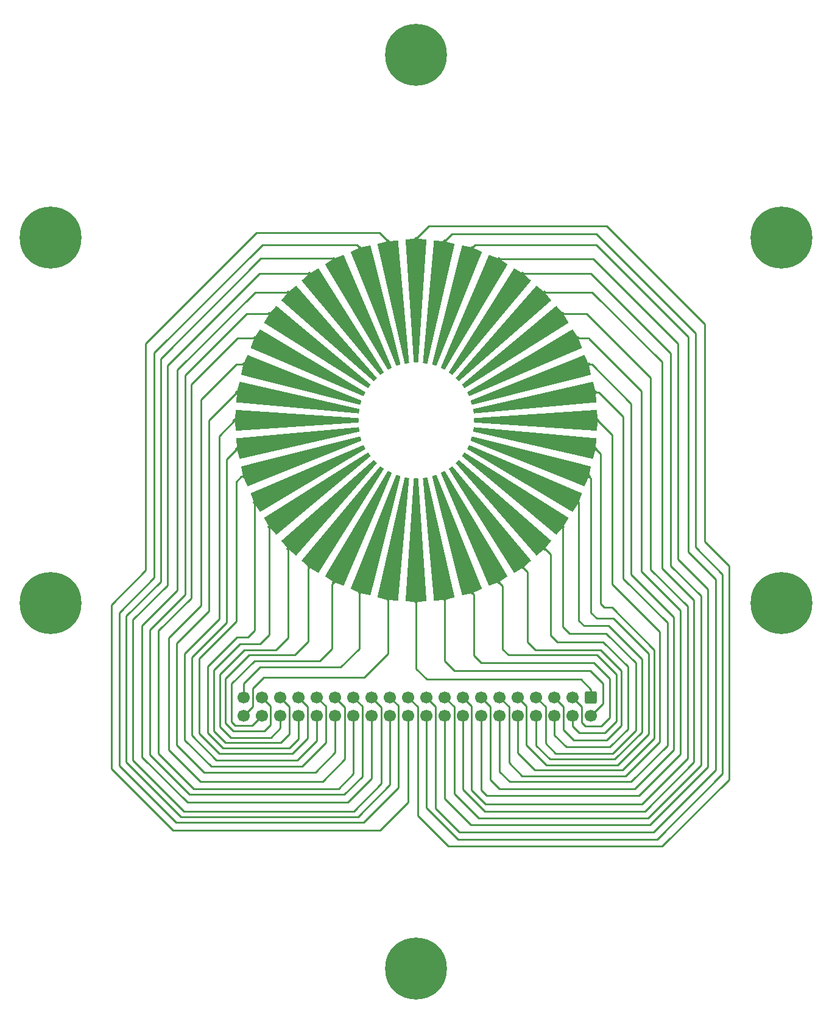
<source format=gbr>
%TF.GenerationSoftware,KiCad,Pcbnew,(5.99.0-8910-g624a231cc0)*%
%TF.CreationDate,2021-02-07T08:47:15+03:00*%
%TF.ProjectId,simpleprobecard,73696d70-6c65-4707-926f-626563617264,rev?*%
%TF.SameCoordinates,Original*%
%TF.FileFunction,Copper,L1,Top*%
%TF.FilePolarity,Positive*%
%FSLAX46Y46*%
G04 Gerber Fmt 4.6, Leading zero omitted, Abs format (unit mm)*
G04 Created by KiCad (PCBNEW (5.99.0-8910-g624a231cc0)) date 2021-02-07 08:47:15*
%MOMM*%
%LPD*%
G01*
G04 APERTURE LIST*
G04 Aperture macros list*
%AMRoundRect*
0 Rectangle with rounded corners*
0 $1 Rounding radius*
0 $2 $3 $4 $5 $6 $7 $8 $9 X,Y pos of 4 corners*
0 Add a 4 corners polygon primitive as box body*
4,1,4,$2,$3,$4,$5,$6,$7,$8,$9,$2,$3,0*
0 Add four circle primitives for the rounded corners*
1,1,$1+$1,$2,$3*
1,1,$1+$1,$4,$5*
1,1,$1+$1,$6,$7*
1,1,$1+$1,$8,$9*
0 Add four rect primitives between the rounded corners*
20,1,$1+$1,$2,$3,$4,$5,0*
20,1,$1+$1,$4,$5,$6,$7,0*
20,1,$1+$1,$6,$7,$8,$9,0*
20,1,$1+$1,$8,$9,$2,$3,0*%
%AMFreePoly0*
4,1,32,0.276244,0.043271,0.292903,0.037648,0.293699,0.036041,0.295355,0.035355,0.302084,0.019110,0.309887,0.003355,1.449887,-16.946645,1.444060,-16.963908,1.438920,-16.981387,1.437988,-16.981895,1.437648,-16.982903,1.421315,-16.990992,1.405327,-16.999715,0.005327,-17.149715,0.000001,-17.148149,-0.005326,-17.149715,-1.405327,-16.999715,-1.421315,-16.990992,-1.437648,-16.982903,-1.437988,-16.981895,
-1.438920,-16.981387,-1.444056,-16.963919,-1.449887,-16.946645,-0.309887,0.003355,-0.302084,0.019110,-0.295355,0.035355,-0.293699,0.036041,-0.292903,0.037648,-0.276244,0.043271,-0.260000,0.050000,0.260000,0.050000,0.276244,0.043271,0.276244,0.043271,$1*%
G04 Aperture macros list end*
%TA.AperFunction,SMDPad,CuDef*%
%ADD10C,0.500000*%
%TD*%
%TA.AperFunction,SMDPad,CuDef*%
%ADD11FreePoly0,0.000000*%
%TD*%
%TA.AperFunction,SMDPad,CuDef*%
%ADD12FreePoly0,9.000000*%
%TD*%
%TA.AperFunction,SMDPad,CuDef*%
%ADD13FreePoly0,18.000000*%
%TD*%
%TA.AperFunction,SMDPad,CuDef*%
%ADD14FreePoly0,27.000000*%
%TD*%
%TA.AperFunction,SMDPad,CuDef*%
%ADD15FreePoly0,36.000000*%
%TD*%
%TA.AperFunction,SMDPad,CuDef*%
%ADD16FreePoly0,45.000000*%
%TD*%
%TA.AperFunction,SMDPad,CuDef*%
%ADD17FreePoly0,54.000000*%
%TD*%
%TA.AperFunction,SMDPad,CuDef*%
%ADD18FreePoly0,63.000000*%
%TD*%
%TA.AperFunction,SMDPad,CuDef*%
%ADD19FreePoly0,72.000000*%
%TD*%
%TA.AperFunction,SMDPad,CuDef*%
%ADD20FreePoly0,81.000000*%
%TD*%
%TA.AperFunction,SMDPad,CuDef*%
%ADD21FreePoly0,90.000000*%
%TD*%
%TA.AperFunction,SMDPad,CuDef*%
%ADD22FreePoly0,99.000000*%
%TD*%
%TA.AperFunction,SMDPad,CuDef*%
%ADD23FreePoly0,108.000000*%
%TD*%
%TA.AperFunction,SMDPad,CuDef*%
%ADD24FreePoly0,117.000000*%
%TD*%
%TA.AperFunction,SMDPad,CuDef*%
%ADD25FreePoly0,126.000000*%
%TD*%
%TA.AperFunction,SMDPad,CuDef*%
%ADD26FreePoly0,135.000000*%
%TD*%
%TA.AperFunction,SMDPad,CuDef*%
%ADD27FreePoly0,144.000000*%
%TD*%
%TA.AperFunction,SMDPad,CuDef*%
%ADD28FreePoly0,153.000000*%
%TD*%
%TA.AperFunction,SMDPad,CuDef*%
%ADD29FreePoly0,162.000000*%
%TD*%
%TA.AperFunction,SMDPad,CuDef*%
%ADD30FreePoly0,171.000000*%
%TD*%
%TA.AperFunction,SMDPad,CuDef*%
%ADD31FreePoly0,180.000000*%
%TD*%
%TA.AperFunction,SMDPad,CuDef*%
%ADD32FreePoly0,189.000000*%
%TD*%
%TA.AperFunction,SMDPad,CuDef*%
%ADD33FreePoly0,198.000000*%
%TD*%
%TA.AperFunction,SMDPad,CuDef*%
%ADD34FreePoly0,207.000000*%
%TD*%
%TA.AperFunction,SMDPad,CuDef*%
%ADD35FreePoly0,216.000000*%
%TD*%
%TA.AperFunction,SMDPad,CuDef*%
%ADD36FreePoly0,225.000000*%
%TD*%
%TA.AperFunction,SMDPad,CuDef*%
%ADD37FreePoly0,234.000000*%
%TD*%
%TA.AperFunction,SMDPad,CuDef*%
%ADD38FreePoly0,243.000000*%
%TD*%
%TA.AperFunction,SMDPad,CuDef*%
%ADD39FreePoly0,252.000000*%
%TD*%
%TA.AperFunction,SMDPad,CuDef*%
%ADD40FreePoly0,261.000000*%
%TD*%
%TA.AperFunction,SMDPad,CuDef*%
%ADD41FreePoly0,270.000000*%
%TD*%
%TA.AperFunction,SMDPad,CuDef*%
%ADD42FreePoly0,279.000000*%
%TD*%
%TA.AperFunction,SMDPad,CuDef*%
%ADD43FreePoly0,288.000000*%
%TD*%
%TA.AperFunction,SMDPad,CuDef*%
%ADD44FreePoly0,297.000000*%
%TD*%
%TA.AperFunction,SMDPad,CuDef*%
%ADD45FreePoly0,306.000000*%
%TD*%
%TA.AperFunction,SMDPad,CuDef*%
%ADD46FreePoly0,315.000000*%
%TD*%
%TA.AperFunction,SMDPad,CuDef*%
%ADD47FreePoly0,324.000000*%
%TD*%
%TA.AperFunction,SMDPad,CuDef*%
%ADD48FreePoly0,333.000000*%
%TD*%
%TA.AperFunction,SMDPad,CuDef*%
%ADD49FreePoly0,342.000000*%
%TD*%
%TA.AperFunction,SMDPad,CuDef*%
%ADD50FreePoly0,351.000000*%
%TD*%
%TA.AperFunction,ComponentPad*%
%ADD51C,0.900000*%
%TD*%
%TA.AperFunction,ComponentPad*%
%ADD52C,8.600000*%
%TD*%
%TA.AperFunction,ComponentPad*%
%ADD53RoundRect,0.250000X-0.600000X0.600000X-0.600000X-0.600000X0.600000X-0.600000X0.600000X0.600000X0*%
%TD*%
%TA.AperFunction,ComponentPad*%
%ADD54C,1.700000*%
%TD*%
%TA.AperFunction,Conductor*%
%ADD55C,0.250000*%
%TD*%
G04 APERTURE END LIST*
D10*
%TO.P,J1,1,Pin_1*%
%TO.N,Net-(J1-Pad1)*%
X0Y-25220000D03*
D11*
X0Y-8100000D03*
D10*
%TO.P,J1,2,Pin_2*%
%TO.N,Net-(J1-Pad2)*%
X3945277Y-24909500D03*
D12*
X1267119Y-8000276D03*
D10*
%TO.P,J1,3,Pin_3*%
%TO.N,Net-(J1-Pad3)*%
X7793409Y-23985645D03*
D13*
X2503038Y-7703558D03*
D10*
%TO.P,J1,4,Pin_4*%
%TO.N,Net-(J1-Pad4)*%
X11449640Y-22471185D03*
D14*
X3677323Y-7217153D03*
D15*
%TO.P,J1,5,Pin_5*%
%TO.N,Net-(J1-Pad5)*%
X4761061Y-6553038D03*
D10*
X14823944Y-20403409D03*
%TO.P,J1,6,Pin_6*%
%TO.N,Net-(J1-Pad6)*%
X17833233Y-17833233D03*
D16*
X5727565Y-5727565D03*
D17*
%TO.P,J1,7,Pin_7*%
%TO.N,Net-(J1-Pad7)*%
X6553038Y-4761061D03*
D10*
X20403409Y-14823944D03*
%TO.P,J1,8,Pin_8*%
%TO.N,Net-(J1-Pad8)*%
X22471185Y-11449640D03*
D18*
X7217153Y-3677323D03*
D10*
%TO.P,J1,9,Pin_9*%
%TO.N,Net-(J1-Pad9)*%
X23985645Y-7793409D03*
D19*
X7703558Y-2503038D03*
D20*
%TO.P,J1,10,Pin_10*%
%TO.N,Net-(J1-Pad10)*%
X8000276Y-1267119D03*
D10*
X24909500Y-3945277D03*
%TO.P,J1,11,Pin_11*%
%TO.N,Net-(J1-Pad11)*%
X25220000Y0D03*
D21*
X8100000Y0D03*
D10*
%TO.P,J1,12,Pin_12*%
%TO.N,Net-(J1-Pad12)*%
X24909500Y3945277D03*
D22*
X8000276Y1267119D03*
D10*
%TO.P,J1,13,Pin_13*%
%TO.N,Net-(J1-Pad13)*%
X23985645Y7793409D03*
D23*
X7703558Y2503038D03*
D24*
%TO.P,J1,14,Pin_14*%
%TO.N,Net-(J1-Pad14)*%
X7217153Y3677323D03*
D10*
X22471185Y11449640D03*
%TO.P,J1,15,Pin_15*%
%TO.N,Net-(J1-Pad15)*%
X20403409Y14823944D03*
D25*
X6553038Y4761061D03*
D10*
%TO.P,J1,16,Pin_16*%
%TO.N,Net-(J1-Pad16)*%
X17833233Y17833233D03*
D26*
X5727565Y5727565D03*
D10*
%TO.P,J1,17,Pin_17*%
%TO.N,Net-(J1-Pad17)*%
X14823944Y20403409D03*
D27*
X4761061Y6553038D03*
D28*
%TO.P,J1,18,Pin_18*%
%TO.N,Net-(J1-Pad18)*%
X3677323Y7217153D03*
D10*
X11449640Y22471185D03*
%TO.P,J1,19,Pin_19*%
%TO.N,Net-(J1-Pad19)*%
X7793409Y23985645D03*
D29*
X2503038Y7703558D03*
D10*
%TO.P,J1,20,Pin_20*%
%TO.N,Net-(J1-Pad20)*%
X3945277Y24909500D03*
D30*
X1267119Y8000276D03*
D31*
%TO.P,J1,21,Pin_21*%
%TO.N,Net-(J1-Pad21)*%
X0Y8100000D03*
D10*
X0Y25220000D03*
%TO.P,J1,22,Pin_22*%
%TO.N,Net-(J1-Pad22)*%
X-3945277Y24909500D03*
D32*
X-1267119Y8000276D03*
D33*
%TO.P,J1,23,Pin_23*%
%TO.N,Net-(J1-Pad23)*%
X-2503038Y7703558D03*
D10*
X-7793409Y23985645D03*
D34*
%TO.P,J1,24,Pin_24*%
%TO.N,Net-(J1-Pad24)*%
X-3677323Y7217153D03*
D10*
X-11449640Y22471185D03*
%TO.P,J1,25,Pin_25*%
%TO.N,Net-(J1-Pad25)*%
X-14823944Y20403409D03*
D35*
X-4761061Y6553038D03*
D10*
%TO.P,J1,26,Pin_26*%
%TO.N,Net-(J1-Pad26)*%
X-17833233Y17833233D03*
D36*
X-5727565Y5727565D03*
D10*
%TO.P,J1,27,Pin_27*%
%TO.N,Net-(J1-Pad27)*%
X-20403409Y14823944D03*
D37*
X-6553038Y4761061D03*
D38*
%TO.P,J1,28,Pin_28*%
%TO.N,Net-(J1-Pad28)*%
X-7217153Y3677323D03*
D10*
X-22471185Y11449640D03*
D39*
%TO.P,J1,29,Pin_29*%
%TO.N,Net-(J1-Pad29)*%
X-7703558Y2503038D03*
D10*
X-23985645Y7793409D03*
D40*
%TO.P,J1,30,Pin_30*%
%TO.N,Net-(J1-Pad30)*%
X-8000276Y1267119D03*
D10*
X-24909500Y3945277D03*
%TO.P,J1,31,Pin_31*%
%TO.N,Net-(J1-Pad31)*%
X-25220000Y0D03*
D41*
X-8100000Y0D03*
D42*
%TO.P,J1,32,Pin_32*%
%TO.N,Net-(J1-Pad32)*%
X-8000276Y-1267119D03*
D10*
X-24909500Y-3945277D03*
D43*
%TO.P,J1,33,Pin_33*%
%TO.N,Net-(J1-Pad33)*%
X-7703558Y-2503038D03*
D10*
X-23985645Y-7793409D03*
D44*
%TO.P,J1,34,Pin_34*%
%TO.N,Net-(J1-Pad34)*%
X-7217153Y-3677323D03*
D10*
X-22471185Y-11449640D03*
%TO.P,J1,35,Pin_35*%
%TO.N,Net-(J1-Pad35)*%
X-20403409Y-14823944D03*
D45*
X-6553038Y-4761061D03*
D10*
%TO.P,J1,36,Pin_36*%
%TO.N,Net-(J1-Pad36)*%
X-17833233Y-17833233D03*
D46*
X-5727565Y-5727565D03*
D47*
%TO.P,J1,37,Pin_37*%
%TO.N,Net-(J1-Pad37)*%
X-4761061Y-6553038D03*
D10*
X-14823944Y-20403409D03*
%TO.P,J1,38,Pin_38*%
%TO.N,Net-(J1-Pad38)*%
X-11449640Y-22471185D03*
D48*
X-3677323Y-7217153D03*
D49*
%TO.P,J1,39,Pin_39*%
%TO.N,Net-(J1-Pad39)*%
X-2503038Y-7703558D03*
D10*
X-7793409Y-23985645D03*
D50*
%TO.P,J1,40,Pin_40*%
%TO.N,Net-(J1-Pad40)*%
X-1267119Y-8000276D03*
D10*
X-3945277Y-24909500D03*
%TD*%
D51*
%TO.P,H7,1*%
%TO.N,N/C*%
X3225000Y50800000D03*
X0Y54025000D03*
D52*
X0Y50800000D03*
D51*
X0Y47575000D03*
X-3225000Y50800000D03*
X-2280419Y48519581D03*
X2280419Y53080419D03*
X-2280419Y53080419D03*
X2280419Y48519581D03*
%TD*%
D52*
%TO.P,H3,1*%
%TO.N,N/C*%
X-50800000Y-25400000D03*
D51*
X-47575000Y-25400000D03*
X-50800000Y-22175000D03*
X-48519581Y-27680419D03*
X-54025000Y-25400000D03*
X-48519581Y-23119581D03*
X-50800000Y-28625000D03*
X-53080419Y-27680419D03*
X-53080419Y-23119581D03*
%TD*%
%TO.P,H4,1*%
%TO.N,N/C*%
X48519581Y27680419D03*
X53080419Y27680419D03*
X48519581Y23119581D03*
D52*
X50800000Y25400000D03*
D51*
X53080419Y23119581D03*
X50800000Y22175000D03*
X47575000Y25400000D03*
X50800000Y28625000D03*
X54025000Y25400000D03*
%TD*%
%TO.P,H1,1*%
%TO.N,N/C*%
X-53080419Y27680419D03*
X-48519581Y27680419D03*
X-53080419Y23119581D03*
D52*
X-50800000Y25400000D03*
D51*
X-48519581Y23119581D03*
X-50800000Y22175000D03*
X-54025000Y25400000D03*
X-50800000Y28625000D03*
X-47575000Y25400000D03*
%TD*%
D53*
%TO.P,J2,1,Pin_1*%
%TO.N,Net-(J1-Pad1)*%
X24300000Y-38500000D03*
D54*
%TO.P,J2,2,Pin_2*%
%TO.N,Net-(J1-Pad2)*%
X24300000Y-41040000D03*
%TO.P,J2,3,Pin_3*%
%TO.N,Net-(J1-Pad3)*%
X21760000Y-38500000D03*
%TO.P,J2,4,Pin_4*%
%TO.N,Net-(J1-Pad4)*%
X21760000Y-41040000D03*
%TO.P,J2,5,Pin_5*%
%TO.N,Net-(J1-Pad5)*%
X19220000Y-38500000D03*
%TO.P,J2,6,Pin_6*%
%TO.N,Net-(J1-Pad6)*%
X19220000Y-41040000D03*
%TO.P,J2,7,Pin_7*%
%TO.N,Net-(J1-Pad7)*%
X16680000Y-38500000D03*
%TO.P,J2,8,Pin_8*%
%TO.N,Net-(J1-Pad8)*%
X16680000Y-41040000D03*
%TO.P,J2,9,Pin_9*%
%TO.N,Net-(J1-Pad9)*%
X14140000Y-38500000D03*
%TO.P,J2,10,Pin_10*%
%TO.N,Net-(J1-Pad10)*%
X14140000Y-41040000D03*
%TO.P,J2,11,Pin_11*%
%TO.N,Net-(J1-Pad11)*%
X11600000Y-38500000D03*
%TO.P,J2,12,Pin_12*%
%TO.N,Net-(J1-Pad12)*%
X11600000Y-41040000D03*
%TO.P,J2,13,Pin_13*%
%TO.N,Net-(J1-Pad13)*%
X9060000Y-38500000D03*
%TO.P,J2,14,Pin_14*%
%TO.N,Net-(J1-Pad14)*%
X9060000Y-41040000D03*
%TO.P,J2,15,Pin_15*%
%TO.N,Net-(J1-Pad15)*%
X6520000Y-38500000D03*
%TO.P,J2,16,Pin_16*%
%TO.N,Net-(J1-Pad16)*%
X6520000Y-41040000D03*
%TO.P,J2,17,Pin_17*%
%TO.N,Net-(J1-Pad17)*%
X3980000Y-38500000D03*
%TO.P,J2,18,Pin_18*%
%TO.N,Net-(J1-Pad18)*%
X3980000Y-41040000D03*
%TO.P,J2,19,Pin_19*%
%TO.N,Net-(J1-Pad19)*%
X1440000Y-38500000D03*
%TO.P,J2,20,Pin_20*%
%TO.N,Net-(J1-Pad20)*%
X1440000Y-41040000D03*
%TO.P,J2,21,Pin_21*%
%TO.N,Net-(J1-Pad21)*%
X-1100000Y-38500000D03*
%TO.P,J2,22,Pin_22*%
%TO.N,Net-(J1-Pad22)*%
X-1100000Y-41040000D03*
%TO.P,J2,23,Pin_23*%
%TO.N,Net-(J1-Pad23)*%
X-3640000Y-38500000D03*
%TO.P,J2,24,Pin_24*%
%TO.N,Net-(J1-Pad24)*%
X-3640000Y-41040000D03*
%TO.P,J2,25,Pin_25*%
%TO.N,Net-(J1-Pad25)*%
X-6180000Y-38500000D03*
%TO.P,J2,26,Pin_26*%
%TO.N,Net-(J1-Pad26)*%
X-6180000Y-41040000D03*
%TO.P,J2,27,Pin_27*%
%TO.N,Net-(J1-Pad27)*%
X-8720000Y-38500000D03*
%TO.P,J2,28,Pin_28*%
%TO.N,Net-(J1-Pad28)*%
X-8720000Y-41040000D03*
%TO.P,J2,29,Pin_29*%
%TO.N,Net-(J1-Pad29)*%
X-11260000Y-38500000D03*
%TO.P,J2,30,Pin_30*%
%TO.N,Net-(J1-Pad30)*%
X-11260000Y-41040000D03*
%TO.P,J2,31,Pin_31*%
%TO.N,Net-(J1-Pad31)*%
X-13800000Y-38500000D03*
%TO.P,J2,32,Pin_32*%
%TO.N,Net-(J1-Pad32)*%
X-13800000Y-41040000D03*
%TO.P,J2,33,Pin_33*%
%TO.N,Net-(J1-Pad33)*%
X-16340000Y-38500000D03*
%TO.P,J2,34,Pin_34*%
%TO.N,Net-(J1-Pad34)*%
X-16340000Y-41040000D03*
%TO.P,J2,35,Pin_35*%
%TO.N,Net-(J1-Pad35)*%
X-18880000Y-38500000D03*
%TO.P,J2,36,Pin_36*%
%TO.N,Net-(J1-Pad36)*%
X-18880000Y-41040000D03*
%TO.P,J2,37,Pin_37*%
%TO.N,Net-(J1-Pad37)*%
X-21420000Y-38500000D03*
%TO.P,J2,38,Pin_38*%
%TO.N,Net-(J1-Pad38)*%
X-21420000Y-41040000D03*
%TO.P,J2,39,Pin_39*%
%TO.N,Net-(J1-Pad39)*%
X-23960000Y-38500000D03*
%TO.P,J2,40,Pin_40*%
%TO.N,Net-(J1-Pad40)*%
X-23960000Y-41040000D03*
%TD*%
D52*
%TO.P,H6,1*%
%TO.N,N/C*%
X50800000Y-25400000D03*
D51*
X54025000Y-25400000D03*
X50800000Y-22175000D03*
X53080419Y-27680419D03*
X47575000Y-25400000D03*
X53080419Y-23119581D03*
X50800000Y-28625000D03*
X48519581Y-27680419D03*
X48519581Y-23119581D03*
%TD*%
%TO.P,H8,1*%
%TO.N,N/C*%
X-3225000Y-76200000D03*
D52*
X0Y-76200000D03*
D51*
X2280419Y-78480419D03*
X0Y-79425000D03*
X2280419Y-73919581D03*
X3225000Y-76200000D03*
X0Y-72975000D03*
X-2280419Y-78480419D03*
X-2280419Y-73919581D03*
%TD*%
D55*
%TO.N,Net-(J1-Pad40)*%
X-21200000Y-35700000D02*
X-22700000Y-37200000D01*
X-3945277Y-32445277D02*
X-7200000Y-35700000D01*
X-3945277Y-24909500D02*
X-3945277Y-32445277D01*
X-22700000Y-37200000D02*
X-22700000Y-39780000D01*
X-7200000Y-35700000D02*
X-21200000Y-35700000D01*
X-22700000Y-39780000D02*
X-23960000Y-41040000D01*
%TO.N,Net-(J1-Pad39)*%
X-7900000Y-31700000D02*
X-10500000Y-34300000D01*
X-21700000Y-34300000D02*
X-23960000Y-36560000D01*
X-7900000Y-24092236D02*
X-7900000Y-31700000D01*
X-10500000Y-34300000D02*
X-21700000Y-34300000D01*
X-23960000Y-36560000D02*
X-23960000Y-38500000D01*
X-7793409Y-23985645D02*
X-7900000Y-24092236D01*
%TO.N,Net-(J1-Pad38)*%
X-11700000Y-22721545D02*
X-11700000Y-31700000D01*
X-25700000Y-36600000D02*
X-25700000Y-41900000D01*
X-22780000Y-42400000D02*
X-21420000Y-41040000D01*
X-25700000Y-41900000D02*
X-25450000Y-42150000D01*
X-25450000Y-42150000D02*
X-25200000Y-42400000D01*
X-25200000Y-42400000D02*
X-22780000Y-42400000D01*
X-11700000Y-31700000D02*
X-13400000Y-33400000D01*
X-22500000Y-33400000D02*
X-25700000Y-36600000D01*
X-11449640Y-22471185D02*
X-11700000Y-22721545D01*
X-13400000Y-33400000D02*
X-22500000Y-33400000D01*
%TO.N,Net-(J1-Pad37)*%
X-21100000Y-43200000D02*
X-20244999Y-42344999D01*
X-14823944Y-20403409D02*
X-15000000Y-20579465D01*
X-15000000Y-20579465D02*
X-15000000Y-30700000D01*
X-26500000Y-35900000D02*
X-26500000Y-42100000D01*
X-26500000Y-42100000D02*
X-25400000Y-43200000D01*
X-20244999Y-42344999D02*
X-20244999Y-39675001D01*
X-15000000Y-30700000D02*
X-16900000Y-32600000D01*
X-25400000Y-43200000D02*
X-21100000Y-43200000D01*
X-23200000Y-32600000D02*
X-26500000Y-35900000D01*
X-16900000Y-32600000D02*
X-23200000Y-32600000D01*
X-20244999Y-39675001D02*
X-21420000Y-38500000D01*
%TO.N,Net-(J1-Pad24)*%
X-8100000Y-55100000D02*
X-3640000Y-50640000D01*
X-21600000Y22500000D02*
X-35500000Y8600000D01*
X-11449640Y22471185D02*
X-11478455Y22500000D01*
X-3640000Y-50640000D02*
X-3640000Y-41040000D01*
X-40300000Y-27200000D02*
X-40300000Y-47500000D01*
X-40300000Y-47500000D02*
X-32700000Y-55100000D01*
X-35500000Y-22400000D02*
X-40300000Y-27200000D01*
X-11478455Y22500000D02*
X-21600000Y22500000D01*
X-35500000Y8600000D02*
X-35500000Y-22400000D01*
X-32700000Y-55100000D02*
X-8100000Y-55100000D01*
%TO.N,Net-(J1-Pad23)*%
X-41300000Y-26700000D02*
X-41300000Y-48000000D01*
X-2464999Y-39675001D02*
X-2520000Y-39620000D01*
X-7300000Y-55900000D02*
X-2464999Y-51064999D01*
X-36400000Y9400000D02*
X-36400000Y-21800000D01*
X-2464999Y-51064999D02*
X-2464999Y-39675001D01*
X-21400000Y24400000D02*
X-36400000Y9400000D01*
X-36400000Y-21800000D02*
X-41300000Y-26700000D01*
X-8207764Y24400000D02*
X-21400000Y24400000D01*
X-33400000Y-55900000D02*
X-7300000Y-55900000D01*
X-7793409Y23985645D02*
X-8207764Y24400000D01*
X-2520000Y-39620000D02*
X-3640000Y-38500000D01*
X-41300000Y-48000000D02*
X-33400000Y-55900000D01*
%TO.N,Net-(J1-Pad22)*%
X-33800000Y-57000000D02*
X-5000000Y-57000000D01*
X-37600000Y10700000D02*
X-37600000Y-20800000D01*
X-42400000Y-48400000D02*
X-33800000Y-57000000D01*
X-37600000Y-20800000D02*
X-42400000Y-25600000D01*
X-42400000Y-25600000D02*
X-42400000Y-48400000D01*
X-5135777Y26100000D02*
X-22200000Y26100000D01*
X-1100000Y-53100000D02*
X-1100000Y-41040000D01*
X-22200000Y26100000D02*
X-37600000Y10700000D01*
X-5000000Y-57000000D02*
X-1100000Y-53100000D01*
X-3945277Y24909500D02*
X-5135777Y26100000D01*
%TO.N,Net-(J1-Pad21)*%
X0Y25220000D02*
X1780000Y27000000D01*
X40100000Y-16800000D02*
X43500000Y-20200000D01*
X4500000Y-59200000D02*
X200000Y-54900000D01*
X43500000Y-20200000D02*
X43500000Y-49900000D01*
X43500000Y-49900000D02*
X34200000Y-59200000D01*
X26500000Y27000000D02*
X40100000Y13400000D01*
X34200000Y-59200000D02*
X4500000Y-59200000D01*
X200000Y-39800000D02*
X-1100000Y-38500000D01*
X1780000Y27000000D02*
X26500000Y27000000D01*
X200000Y-54900000D02*
X200000Y-39800000D01*
X40100000Y13400000D02*
X40100000Y-16800000D01*
%TO.N,Net-(J1-Pad20)*%
X5800000Y-58200000D02*
X1440000Y-53840000D01*
X42600000Y-21400000D02*
X42600000Y-49100000D01*
X38800000Y12100000D02*
X38800000Y-17600000D01*
X4935777Y25900000D02*
X25000000Y25900000D01*
X25000000Y25900000D02*
X38800000Y12100000D01*
X3945277Y24909500D02*
X4935777Y25900000D01*
X33500000Y-58200000D02*
X5800000Y-58200000D01*
X38800000Y-17600000D02*
X42600000Y-21400000D01*
X42600000Y-49100000D02*
X33500000Y-58200000D01*
X1440000Y-53840000D02*
X1440000Y-41040000D01*
%TO.N,Net-(J1-Pad19)*%
X7793409Y23985645D02*
X8207764Y24400000D01*
X41600000Y-48600000D02*
X33000000Y-57200000D01*
X33000000Y-57200000D02*
X6000000Y-57200000D01*
X41600000Y-22100000D02*
X41600000Y-48600000D01*
X8207764Y24400000D02*
X25000000Y24400000D01*
X2700000Y-53900000D02*
X2700000Y-39760000D01*
X2700000Y-39760000D02*
X1440000Y-38500000D01*
X37800000Y-18300000D02*
X41600000Y-22100000D01*
X25000000Y24400000D02*
X37800000Y11600000D01*
X6000000Y-57200000D02*
X2700000Y-53900000D01*
X37800000Y11600000D02*
X37800000Y-18300000D01*
%TO.N,Net-(J1-Pad18)*%
X40500000Y-48200000D02*
X32500000Y-56200000D01*
X7600000Y-56200000D02*
X3980000Y-52580000D01*
X11449640Y22471185D02*
X24628815Y22471185D01*
X36400000Y10700000D02*
X36400000Y-19300000D01*
X32500000Y-56200000D02*
X7600000Y-56200000D01*
X3980000Y-52580000D02*
X3980000Y-41040000D01*
X36400000Y-19300000D02*
X40500000Y-23400000D01*
X24628815Y22471185D02*
X36400000Y10700000D01*
X40500000Y-23400000D02*
X40500000Y-48200000D01*
%TO.N,Net-(J1-Pad17)*%
X8700000Y-55300000D02*
X5300000Y-51900000D01*
X35400000Y-20200000D02*
X39600000Y-24400000D01*
X5300000Y-39820000D02*
X3980000Y-38500000D01*
X24296591Y20403409D02*
X35400000Y9300000D01*
X5300000Y-51900000D02*
X5300000Y-39820000D01*
X39600000Y-47900000D02*
X32200000Y-55300000D01*
X14823944Y20403409D02*
X24296591Y20403409D01*
X32200000Y-55300000D02*
X8700000Y-55300000D01*
X35400000Y9300000D02*
X35400000Y-20200000D01*
X39600000Y-24400000D02*
X39600000Y-47900000D01*
%TO.N,Net-(J1-Pad16)*%
X31800000Y-54300000D02*
X9500000Y-54300000D01*
X38600000Y-25000000D02*
X38600000Y-47500000D01*
X34200000Y-20600000D02*
X38600000Y-25000000D01*
X9500000Y-54300000D02*
X6520000Y-51320000D01*
X6520000Y-51320000D02*
X6520000Y-41040000D01*
X17833233Y17833233D02*
X24466767Y17833233D01*
X38600000Y-47500000D02*
X31800000Y-54300000D01*
X24466767Y17833233D02*
X34200000Y8100000D01*
X34200000Y8100000D02*
X34200000Y-20600000D01*
%TO.N,Net-(J1-Pad15)*%
X37700000Y-25800000D02*
X37700000Y-46800000D01*
X7695001Y-51395001D02*
X7695001Y-39695001D01*
X23676056Y14823944D02*
X32600000Y5900000D01*
X20403409Y14823944D02*
X23676056Y14823944D01*
X9600000Y-53300000D02*
X7695001Y-51395001D01*
X7695001Y-39695001D02*
X6520000Y-38520000D01*
X37700000Y-46800000D02*
X37700000Y-47000000D01*
X6520000Y-38520000D02*
X6520000Y-38500000D01*
X37700000Y-47000000D02*
X31400000Y-53300000D01*
X32600000Y-20700000D02*
X37700000Y-25800000D01*
X31400000Y-53300000D02*
X9600000Y-53300000D01*
X32600000Y5900000D02*
X32600000Y-20700000D01*
%TO.N,Net-(J1-Pad14)*%
X9800000Y-52100000D02*
X9060000Y-51360000D01*
X31300000Y-21000000D02*
X36700000Y-26400000D01*
X22471185Y11449640D02*
X24050360Y11449640D01*
X31000000Y-52100000D02*
X9800000Y-52100000D01*
X31300000Y4100000D02*
X31300000Y-21000000D01*
X24050360Y11349640D02*
X31300000Y4100000D01*
X24050360Y11449640D02*
X24050360Y11349640D01*
X36700000Y-46400000D02*
X31000000Y-52100000D01*
X9060000Y-51360000D02*
X9060000Y-41040000D01*
X36700000Y-26400000D02*
X36700000Y-46400000D01*
%TO.N,Net-(J1-Pad13)*%
X23985645Y7793409D02*
X24406591Y7793409D01*
X35800000Y-45800000D02*
X30400000Y-51200000D01*
X10300000Y-49900000D02*
X10300000Y-39740000D01*
X11600000Y-51200000D02*
X10300000Y-49900000D01*
X10300000Y-39740000D02*
X9060000Y-38500000D01*
X24406591Y7793409D02*
X29900000Y2300000D01*
X29900000Y2300000D02*
X29900000Y-21400000D01*
X35800000Y-27300000D02*
X35800000Y-45800000D01*
X29900000Y-21400000D02*
X35800000Y-27300000D01*
X30400000Y-51200000D02*
X11600000Y-51200000D01*
%TO.N,Net-(J1-Pad12)*%
X28100000Y1200000D02*
X28800000Y500000D01*
X28800000Y500000D02*
X28800000Y-22000000D01*
X11600000Y-48800000D02*
X11600000Y-41040000D01*
X13000000Y-50200000D02*
X11600000Y-48800000D01*
X13200000Y-50200000D02*
X13000000Y-50200000D01*
X24909500Y3945277D02*
X25354723Y3945277D01*
X29900000Y-50200000D02*
X13200000Y-50200000D01*
X34900000Y-45200000D02*
X29900000Y-50200000D01*
X34900000Y-28100000D02*
X34900000Y-45200000D01*
X25354723Y3945277D02*
X28100000Y1200000D01*
X28800000Y-22000000D02*
X34900000Y-28100000D01*
%TO.N,Net-(J1-Pad11)*%
X29100000Y-49400000D02*
X14700000Y-49400000D01*
X27200000Y-22800000D02*
X33800000Y-29400000D01*
X33800000Y-44700000D02*
X29100000Y-49400000D01*
X33800000Y-31736411D02*
X33800000Y-44700000D01*
X12900000Y-39800000D02*
X11600000Y-38500000D01*
X14700000Y-49400000D02*
X12900000Y-47600000D01*
X25220000Y0D02*
X27200000Y-1980000D01*
X33800000Y-29400000D02*
X33800000Y-31736411D01*
X12900000Y-47600000D02*
X12900000Y-39800000D01*
X27200000Y-1980000D02*
X27200000Y-22800000D01*
%TO.N,Net-(J1-Pad10)*%
X33100000Y-44200000D02*
X28700000Y-48600000D01*
X25600000Y-25500000D02*
X26100000Y-26000000D01*
X25600000Y-4635777D02*
X25600000Y-25500000D01*
X33100000Y-31900000D02*
X33100000Y-44200000D01*
X27200000Y-26000000D02*
X33100000Y-31900000D01*
X26100000Y-26000000D02*
X27200000Y-26000000D01*
X16500000Y-48600000D02*
X14140000Y-46240000D01*
X14140000Y-46240000D02*
X14140000Y-41040000D01*
X28700000Y-48600000D02*
X16500000Y-48600000D01*
X24909500Y-3945277D02*
X25600000Y-4635777D01*
%TO.N,Net-(J1-Pad9)*%
X15315001Y-39675001D02*
X15315001Y-45115001D01*
X24300000Y-8107764D02*
X24300000Y-26700000D01*
X15315001Y-45115001D02*
X18100000Y-47900000D01*
X32300000Y-32400000D02*
X32300000Y-43600000D01*
X32300000Y-43600000D02*
X28000000Y-47900000D01*
X18100000Y-47900000D02*
X28000000Y-47900000D01*
X23985645Y-7793409D02*
X24300000Y-8107764D01*
X25100000Y-27500000D02*
X27400000Y-27500000D01*
X15315001Y-39675001D02*
X14140000Y-38500000D01*
X24300000Y-26700000D02*
X25100000Y-27500000D01*
X27400000Y-27500000D02*
X32300000Y-32400000D01*
%TO.N,Net-(J1-Pad8)*%
X31400000Y-43300000D02*
X27700000Y-47000000D01*
X27600000Y-47100000D02*
X18600000Y-47100000D01*
X31400000Y-33200000D02*
X31400000Y-43300000D01*
X27700000Y-47000000D02*
X27600000Y-47100000D01*
X22471185Y-11449640D02*
X22600000Y-11578455D01*
X22600000Y-11578455D02*
X22600000Y-27800000D01*
X23300000Y-28500000D02*
X26700000Y-28500000D01*
X22600000Y-27800000D02*
X23300000Y-28500000D01*
X26700000Y-28500000D02*
X31400000Y-33200000D01*
X16680000Y-45180000D02*
X16680000Y-41040000D01*
X18600000Y-47100000D02*
X16680000Y-45180000D01*
%TO.N,Net-(J1-Pad7)*%
X18000000Y-44900000D02*
X18000000Y-39820000D01*
X30500000Y-33700000D02*
X30500000Y-43100000D01*
X26400000Y-29600000D02*
X30500000Y-33700000D01*
X18000000Y-39820000D02*
X16680000Y-38500000D01*
X20403409Y-28703409D02*
X21300000Y-29600000D01*
X19400000Y-46300000D02*
X18000000Y-44900000D01*
X21300000Y-29600000D02*
X26400000Y-29600000D01*
X27300000Y-46300000D02*
X19400000Y-46300000D01*
X30500000Y-43100000D02*
X27300000Y-46300000D01*
X20403409Y-14823944D02*
X20403409Y-28703409D01*
%TO.N,Net-(J1-Pad6)*%
X26000000Y-30800000D02*
X29400000Y-34200000D01*
X29400000Y-42900000D02*
X27100000Y-45200000D01*
X29400000Y-34200000D02*
X29400000Y-42900000D01*
X27100000Y-45200000D02*
X26900000Y-45400000D01*
X17833233Y-17833233D02*
X17933233Y-17833233D01*
X20900000Y-45400000D02*
X19220000Y-43720000D01*
X19600000Y-30800000D02*
X26000000Y-30800000D01*
X26900000Y-45400000D02*
X20900000Y-45400000D01*
X18700000Y-29900000D02*
X19600000Y-30800000D01*
X19220000Y-43720000D02*
X19220000Y-41040000D01*
X17933233Y-17833233D02*
X18700000Y-18600000D01*
X18700000Y-18600000D02*
X18700000Y-29900000D01*
%TO.N,Net-(J1-Pad5)*%
X20500000Y-43000000D02*
X20500000Y-39780000D01*
X28500000Y-42400000D02*
X26500000Y-44400000D01*
X15500000Y-30800000D02*
X16600000Y-31900000D01*
X15500000Y-21100000D02*
X15500000Y-30800000D01*
X28500000Y-34800000D02*
X28500000Y-42400000D01*
X21900000Y-44400000D02*
X20500000Y-43000000D01*
X26500000Y-44400000D02*
X21900000Y-44400000D01*
X25600000Y-31900000D02*
X28500000Y-34800000D01*
X20500000Y-39780000D02*
X19220000Y-38500000D01*
X16600000Y-31900000D02*
X25600000Y-31900000D01*
X14823944Y-20403409D02*
X14823944Y-20423944D01*
X14823944Y-20423944D02*
X15500000Y-21100000D01*
%TO.N,Net-(J1-Pad4)*%
X26200000Y-43400000D02*
X22700000Y-43400000D01*
X12000000Y-31800000D02*
X12800000Y-32600000D01*
X12800000Y-32600000D02*
X25100000Y-32600000D01*
X22700000Y-43400000D02*
X21760000Y-42460000D01*
X27800000Y-41800000D02*
X26200000Y-43400000D01*
X12000000Y-23021545D02*
X12000000Y-31800000D01*
X21760000Y-42460000D02*
X21760000Y-41040000D01*
X27800000Y-35300000D02*
X27800000Y-41800000D01*
X11449640Y-22471185D02*
X12000000Y-23021545D01*
X25100000Y-32600000D02*
X27800000Y-35300000D01*
%TO.N,Net-(J1-Pad3)*%
X23300000Y-42300000D02*
X23000000Y-42000000D01*
X23000000Y-42000000D02*
X23000000Y-39740000D01*
X23500000Y-42500000D02*
X25700000Y-42500000D01*
X8000000Y-32700000D02*
X9000000Y-33700000D01*
X7793409Y-23985645D02*
X8000000Y-24192236D01*
X23000000Y-39740000D02*
X21760000Y-38500000D01*
X9000000Y-33700000D02*
X24700000Y-33700000D01*
X25700000Y-42500000D02*
X26900000Y-41300000D01*
X23300000Y-42300000D02*
X23500000Y-42500000D01*
X24700000Y-33700000D02*
X26900000Y-35900000D01*
X8000000Y-24192236D02*
X8000000Y-32700000D01*
X26900000Y-41300000D02*
X26900000Y-35900000D01*
%TO.N,Net-(J1-Pad2)*%
X3945277Y-24909500D02*
X3945277Y-33445277D01*
X3945277Y-33445277D02*
X5300000Y-34800000D01*
X26000000Y-39340000D02*
X24300000Y-41040000D01*
X26000000Y-36600000D02*
X26000000Y-39340000D01*
X5300000Y-34800000D02*
X24200000Y-34800000D01*
X24200000Y-34800000D02*
X26000000Y-36600000D01*
%TO.N,Net-(J1-Pad1)*%
X1500000Y-36000000D02*
X22900000Y-36000000D01*
X24300000Y-37400000D02*
X24300000Y-38500000D01*
X0Y-34500000D02*
X1500000Y-36000000D01*
X22900000Y-36000000D02*
X24300000Y-37400000D01*
X0Y-25220000D02*
X0Y-34500000D01*
%TO.N,Net-(J1-Pad25)*%
X-34600000Y-22900000D02*
X-39400000Y-27700000D01*
X-4815001Y-50415001D02*
X-4815001Y-39864999D01*
X-8700000Y-54300000D02*
X-4815001Y-50415001D01*
X-21796591Y20403409D02*
X-34600000Y7600000D01*
X-32300000Y-54300000D02*
X-8700000Y-54300000D01*
X-39400000Y-47200000D02*
X-32300000Y-54300000D01*
X-39400000Y-27700000D02*
X-39400000Y-47200000D01*
X-14823944Y20403409D02*
X-21796591Y20403409D01*
X-34600000Y7600000D02*
X-34600000Y-22900000D01*
X-4815001Y-39864999D02*
X-6180000Y-38500000D01*
%TO.N,Net-(J1-Pad26)*%
X-33200000Y7000000D02*
X-33200000Y-23600000D01*
X-31800000Y-53100000D02*
X-9500000Y-53100000D01*
X-38100000Y-28500000D02*
X-38100000Y-46800000D01*
X-22366767Y17833233D02*
X-33200000Y7000000D01*
X-17833233Y17833233D02*
X-22366767Y17833233D01*
X-38100000Y-46800000D02*
X-31800000Y-53100000D01*
X-9500000Y-53100000D02*
X-6180000Y-49780000D01*
X-33200000Y-23600000D02*
X-38100000Y-28500000D01*
X-6180000Y-49780000D02*
X-6180000Y-41040000D01*
%TO.N,Net-(J1-Pad27)*%
X-32100000Y-24200000D02*
X-37000000Y-29100000D01*
X-10000000Y-52000000D02*
X-7500000Y-49500000D01*
X-7500000Y-49500000D02*
X-7500000Y-39720000D01*
X-7500000Y-39720000D02*
X-8720000Y-38500000D01*
X-31500000Y-52000000D02*
X-10000000Y-52000000D01*
X-37000000Y-46500000D02*
X-31500000Y-52000000D01*
X-37000000Y-29100000D02*
X-37000000Y-46500000D01*
X-32100000Y6300000D02*
X-32100000Y-24200000D01*
X-20403409Y14823944D02*
X-23576056Y14823944D01*
X-23576056Y14823944D02*
X-32100000Y6300000D01*
%TO.N,Net-(J1-Pad28)*%
X-31300000Y5000000D02*
X-31300000Y-24700000D01*
X-24850360Y11449640D02*
X-31300000Y5000000D01*
X-10800000Y-51200000D02*
X-8720000Y-49120000D01*
X-31300000Y-24700000D02*
X-35800000Y-29200000D01*
X-35800000Y-46300000D02*
X-30900000Y-51200000D01*
X-30900000Y-51200000D02*
X-10800000Y-51200000D01*
X-35800000Y-29200000D02*
X-35800000Y-46300000D01*
X-8720000Y-49120000D02*
X-8720000Y-41040000D01*
X-22471185Y11449640D02*
X-24850360Y11449640D01*
%TO.N,Net-(J1-Pad29)*%
X-13000000Y-50200000D02*
X-9900000Y-47100000D01*
X-25006591Y7793409D02*
X-29900000Y2900000D01*
X-34400000Y-30200000D02*
X-34400000Y-45800000D01*
X-9900000Y-47100000D02*
X-9900000Y-39860000D01*
X-29900000Y-25700000D02*
X-34400000Y-30200000D01*
X-9900000Y-39860000D02*
X-11260000Y-38500000D01*
X-23985645Y7793409D02*
X-25006591Y7793409D01*
X-34400000Y-45800000D02*
X-30000000Y-50200000D01*
X-30000000Y-50200000D02*
X-13000000Y-50200000D01*
X-29900000Y2900000D02*
X-29900000Y-25700000D01*
%TO.N,Net-(J1-Pad30)*%
X-28800000Y-26500000D02*
X-33200000Y-30900000D01*
X-28800000Y54777D02*
X-28800000Y-26500000D01*
X-33300000Y-31000000D02*
X-33300000Y-45100000D01*
X-33300000Y-45100000D02*
X-29500000Y-48900000D01*
X-24909500Y3945277D02*
X-28800000Y54777D01*
X-14000000Y-48900000D02*
X-11260000Y-46160000D01*
X-33200000Y-30900000D02*
X-33300000Y-31000000D01*
X-29500000Y-48900000D02*
X-14000000Y-48900000D01*
X-11260000Y-46160000D02*
X-11260000Y-41040000D01*
%TO.N,Net-(J1-Pad31)*%
X-32200000Y-32400000D02*
X-32200000Y-44400000D01*
X-27400000Y-2180000D02*
X-27400000Y-27600000D01*
X-12600000Y-44800000D02*
X-12600000Y-39700000D01*
X-27400000Y-27600000D02*
X-32200000Y-32400000D01*
X-12600000Y-39700000D02*
X-13800000Y-38500000D01*
X-25220000Y0D02*
X-27400000Y-2180000D01*
X-15900000Y-48100000D02*
X-12600000Y-44800000D01*
X-28500000Y-48100000D02*
X-15900000Y-48100000D01*
X-32200000Y-44400000D02*
X-28500000Y-48100000D01*
%TO.N,Net-(J1-Pad32)*%
X-26400000Y-28100000D02*
X-31200000Y-32900000D01*
X-16500000Y-47200000D02*
X-13800000Y-44500000D01*
X-13800000Y-44500000D02*
X-13800000Y-41040000D01*
X-27800000Y-47200000D02*
X-16500000Y-47200000D01*
X-31200000Y-32900000D02*
X-31200000Y-43800000D01*
X-26400000Y-27900000D02*
X-26400000Y-28100000D01*
X-26400000Y-5435777D02*
X-26400000Y-27900000D01*
X-24909500Y-3945277D02*
X-26400000Y-5435777D01*
X-31200000Y-43800000D02*
X-27800000Y-47200000D01*
%TO.N,Net-(J1-Pad33)*%
X-30200000Y-43500000D02*
X-27400000Y-46300000D01*
X-23985645Y-7793409D02*
X-24293409Y-7793409D01*
X-17200000Y-46300000D02*
X-15100000Y-44200000D01*
X-25000000Y-27900000D02*
X-30200000Y-33100000D01*
X-25000000Y-8500000D02*
X-25000000Y-27900000D01*
X-15100000Y-44200000D02*
X-15100000Y-39740000D01*
X-24293409Y-7793409D02*
X-25000000Y-8500000D01*
X-15100000Y-39740000D02*
X-16340000Y-38500000D01*
X-27400000Y-46300000D02*
X-17200000Y-46300000D01*
X-30200000Y-33100000D02*
X-30200000Y-43500000D01*
%TO.N,Net-(J1-Pad34)*%
X-16340000Y-44240000D02*
X-16340000Y-41040000D01*
X-17600000Y-45500000D02*
X-16340000Y-44240000D01*
X-29000000Y-43400000D02*
X-26900000Y-45500000D01*
X-24900000Y-30100000D02*
X-29000000Y-34200000D01*
X-22471185Y-29171185D02*
X-23400000Y-30100000D01*
X-23400000Y-30100000D02*
X-24900000Y-30100000D01*
X-26900000Y-45500000D02*
X-17600000Y-45500000D01*
X-29000000Y-34200000D02*
X-29000000Y-43400000D01*
X-22471185Y-11449640D02*
X-22471185Y-29171185D01*
%TO.N,Net-(J1-Pad35)*%
X-20403409Y-14823944D02*
X-20403409Y-29803409D01*
X-21700000Y-31100000D02*
X-24500000Y-31100000D01*
X-20403409Y-29803409D02*
X-21700000Y-31100000D01*
X-28100000Y-34700000D02*
X-28100000Y-43200000D01*
X-17600000Y-43600000D02*
X-17600000Y-39780000D01*
X-28100000Y-43200000D02*
X-26500000Y-44800000D01*
X-17600000Y-39780000D02*
X-18880000Y-38500000D01*
X-26500000Y-44800000D02*
X-18800000Y-44800000D01*
X-24500000Y-31100000D02*
X-28100000Y-34700000D01*
X-18800000Y-44800000D02*
X-17600000Y-43600000D01*
%TO.N,Net-(J1-Pad36)*%
X-17833233Y-17833233D02*
X-17833233Y-30233233D01*
X-27300000Y-42600000D02*
X-25800000Y-44100000D01*
X-17833233Y-30233233D02*
X-19500000Y-31900000D01*
X-23900000Y-31900000D02*
X-27300000Y-35300000D01*
X-18880000Y-42780000D02*
X-18880000Y-41040000D01*
X-20200000Y-44100000D02*
X-18880000Y-42780000D01*
X-25800000Y-44100000D02*
X-20200000Y-44100000D01*
X-19500000Y-31900000D02*
X-23900000Y-31900000D01*
X-27300000Y-35300000D02*
X-27300000Y-42600000D01*
%TD*%
M02*

</source>
